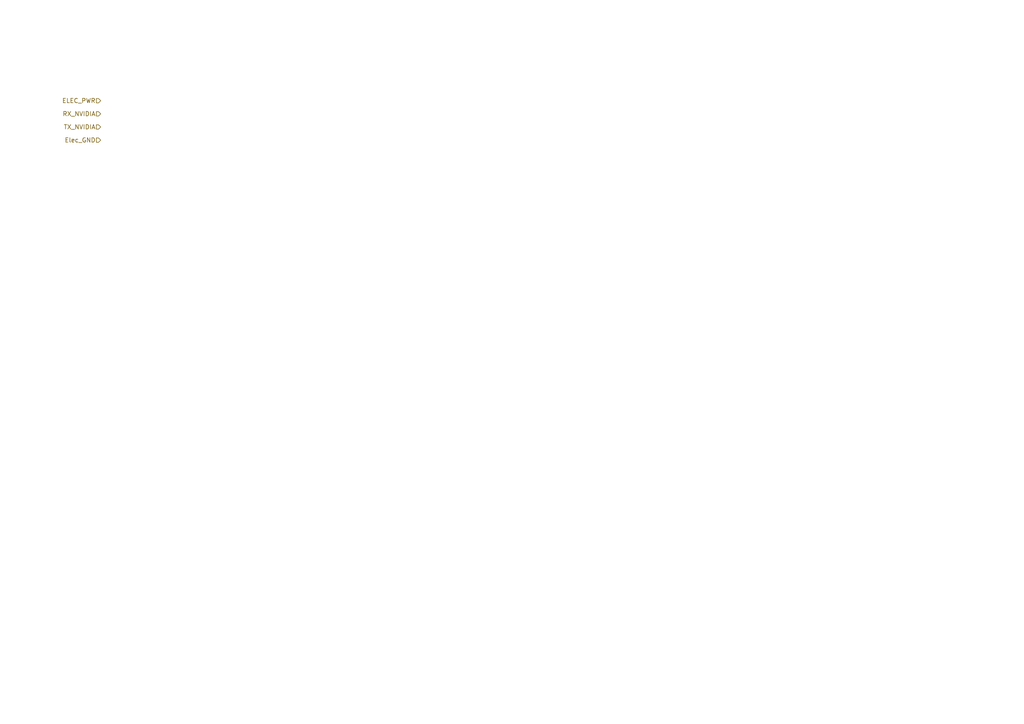
<source format=kicad_sch>
(kicad_sch (version 20230121) (generator eeschema)
  (paper "A4")
  (lib_symbols)
  (hierarchical_label "RX_NVIDIA" (shape input) (at 29.21 33.02 180))
  (hierarchical_label "ELEC_PWR" (shape input) (at 29.21 29.21 180))
  (hierarchical_label "Elec_GND" (shape input) (at 29.21 40.64 180))
  (hierarchical_label "TX_NVIDIA" (shape input) (at 29.21 36.83 180))
)
</source>
